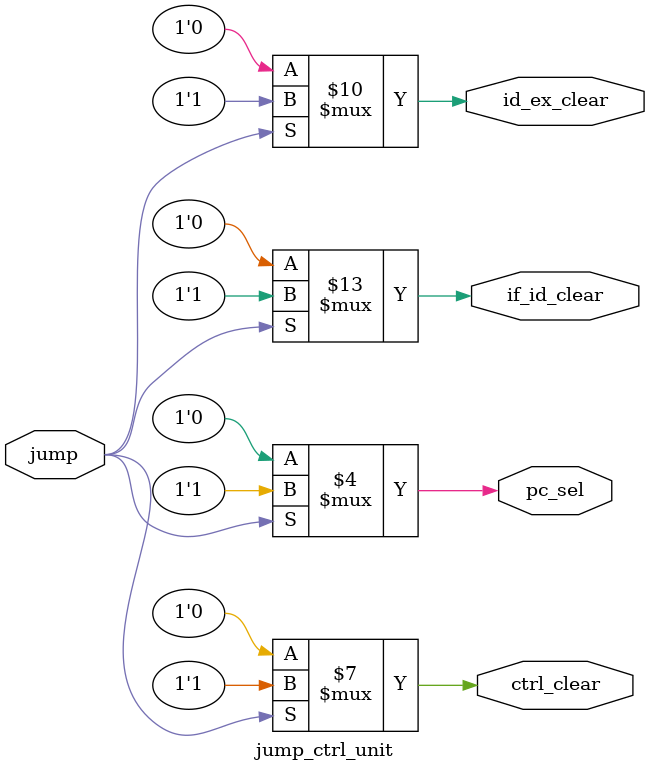
<source format=v>
/*** 
 * Author: Stephen Dai
 * 教程链接：https://blog.csdn.net/weixin_45774715/category_12433521.html
 * FilePath: jump_ctrl_unit.v
 * Description: 冒险检测单元
 * 
 */
module jump_ctrl_unit(

    input      jump         ,
    output reg if_id_clear  ,
    output reg id_ex_clear  ,
    output reg ctrl_clear   ,
    output reg pc_sel     
);

    always@(*)begin
        if (jump == 1'b1)begin
            if_id_clear = 1'b1 ;
            id_ex_clear = 1'b1 ; 
            ctrl_clear  = 1'b1 ;
            pc_sel      = 1'b1 ;
        end 
	else begin 
	        if_id_clear = 1'b0 ;
            id_ex_clear = 1'b0 ; 
            ctrl_clear  = 1'b0 ;
            pc_sel      = 1'b0 ;
        end
    end
endmodule

</source>
